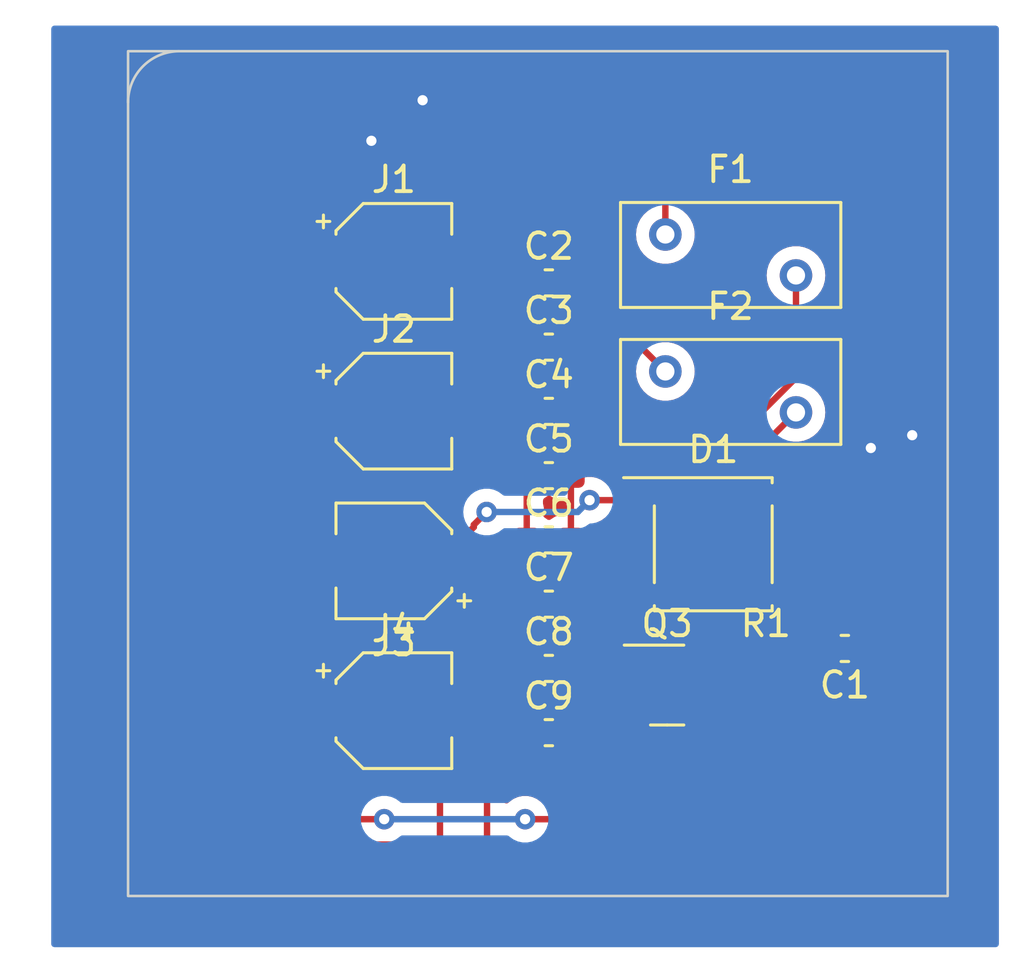
<source format=kicad_pcb>
(kicad_pcb (version 20240108) (generator "pcbnew") (generator_version "8.0")
  (layers (0 "F.Cu" signal) (31 "B.Cu" signal) (34 "B.Paste" user) (35 "F.Paste" user) (36 "B.SilkS" user "B.Silkscreen") (37 "F.SilkS" user "F.Silkscreen") (38 "B.Mask" user) (39 "F.Mask" user) (44 "Edge.Cuts" user))
  (net 0 "")
  (net 1 "Net-(J2-Pin_1)")
  (net 2 "Net-(C1-Pad2)")
  (net 3 "Net-(Q3-D)")
  (net 4 "Net-(Q3-G)")
  (net 5 "GND")
  (net 6 "/Net Label")
  (net 7 "Net-(J4-Pin_2)")
  (net 8 "+24V")
  (net 9 "Net-(D1-+)")
  (net 10 "Net-(J1-Pin_2)")
  (net 11 "Net-(J3-Pin_2)")
  (footprint "Capacitor_SMD:C_0603_1608Metric_Pad1.08x0.95mm_HandSolder" (layer "F.Cu") (at 133.985 100.33 180)
    (property "Reference" "C1" (at 0 -1.43 360) (layer "F.SilkS"))
    (property "Value" "1e-7")
    (fp_line (start -0.146267 0.51) (end 0.146267 0.51) (stroke (width 0.12)) (layer "F.SilkS"))
    (fp_line (start -0.146267 -0.51) (end 0.146267 -0.51) (stroke (width 0.12)) (layer "F.SilkS"))
    (pad "1" smd roundrect (at -0.8625 0 180) (size 1.075 0.95) (layers "F.Cu" "F.Paste" "F.Mask") (net 5 "GND"))
    (pad "2" smd roundrect (at 0.8625 0 180) (size 1.075 0.95) (layers "F.Cu" "F.Paste" "F.Mask") (net 2 "Net-(C1-Pad2)"))
  )
  (footprint "Capacitor_SMD:C_0603_1608Metric_Pad1.08x0.95mm_HandSolder" (layer "F.Cu") (at 122.4275 98.6)
    (property "Reference" "C7" (at 0 -1.43 0) (layer "F.SilkS"))
    (property "Value" "1e-7")
    (fp_line (start -0.146267 -0.51) (end 0.146267 -0.51) (stroke (width 0.12)) (layer "F.SilkS"))
    (fp_line (start -0.146267 0.51) (end 0.146267 0.51) (stroke (width 0.12)) (layer "F.SilkS"))
    (pad "1" smd roundrect (at -0.8625 0) (size 1.075 0.95) (layers "F.Cu" "F.Paste" "F.Mask") (net 10 "Net-(J1-Pin_2)"))
    (pad "2" smd roundrect (at 0.8625 0) (size 1.075 0.95) (layers "F.Cu" "F.Paste" "F.Mask") (net 8 "+24V"))
  )
  (footprint "Capacitor_SMD:C_0603_1608Metric_Pad1.08x0.95mm_HandSolder" (layer "F.Cu") (at 122.4275 88.56)
    (property "Reference" "C3" (at 0 -1.43 0) (layer "F.SilkS"))
    (property "Value" "1e-6")
    (fp_line (start -0.146267 -0.51) (end 0.146267 -0.51) (stroke (width 0.12)) (layer "F.SilkS"))
    (fp_line (start -0.146267 0.51) (end 0.146267 0.51) (stroke (width 0.12)) (layer "F.SilkS"))
    (pad "1" smd roundrect (at -0.8625 0) (size 1.075 0.95) (layers "F.Cu" "F.Paste" "F.Mask") (net 10 "Net-(J1-Pin_2)"))
    (pad "2" smd roundrect (at 0.8625 0) (size 1.075 0.95) (layers "F.Cu" "F.Paste" "F.Mask") (net 8 "+24V"))
  )
  (footprint "Diode_SMD:Diode_Bridge_Diotec_ABS" (layer "F.Cu") (at 128.8475 96.26)
    (property "Reference" "D1" (at 0 -3.7 0) (layer "F.SilkS"))
    (property "Value" "ABS2")
    (fp_line (start -2.3 1.5) (end -2.3 -1.5) (stroke (width 0.12)) (layer "F.SilkS"))
    (fp_line (start -2.3 2.6) (end -2.3 2.4) (stroke (width 0.12)) (layer "F.SilkS"))
    (fp_line (start 2.3 -2.6) (end -3.5 -2.6) (stroke (width 0.12)) (layer "F.SilkS"))
    (fp_line (start 2.3 -2.4) (end 2.3 -2.6) (stroke (width 0.12)) (layer "F.SilkS"))
    (fp_line (start 2.3 -1.5) (end 2.3 1.5) (stroke (width 0.12)) (layer "F.SilkS"))
    (fp_line (start 2.3 2.4) (end 2.3 2.6) (stroke (width 0.12)) (layer "F.SilkS"))
    (fp_line (start 2.3 2.6) (end -2.3 2.6) (stroke (width 0.12)) (layer "F.SilkS"))
    (pad "1" smd rect (at -2.975 -2) (size 1 0.7) (layers "F.Cu" "F.Paste" "F.Mask") (net 9 "Net-(D1-+)"))
    (pad "2" smd rect (at -2.975 2) (size 1 0.7) (layers "F.Cu" "F.Paste" "F.Mask") (net 8 "+24V"))
    (pad "3" smd rect (at 2.975 2) (size 1 0.7) (layers "F.Cu" "F.Paste" "F.Mask") (net 5 "GND"))
    (pad "4" smd rect (at 2.975 -2) (size 1 0.7) (layers "F.Cu" "F.Paste" "F.Mask") (net 5 "GND"))
  )
  (footprint "Resistor_SMD:R_0201_0603Metric_Pad0.64x0.40mm_HandSolder" (layer "F.Cu") (at 130.8975 100.41)
    (property "Reference" "R1" (at 0 -1.05 0) (layer "F.SilkS"))
    (property "Value" "1000")
    (pad "1" smd roundrect (at -0.4075 0) (size 0.635 0.4) (layers "F.Cu" "F.Mask") (net 1 "Net-(J2-Pin_1)"))
    (pad "2" smd roundrect (at 0.4075 0) (size 0.635 0.4) (layers "F.Cu" "F.Mask") (net 2 "Net-(C1-Pad2)"))
  )
  (footprint "Fuse:Fuse_BelFuse_0ZRE0008FF_L8.3mm_W3.8mm" (layer "F.Cu") (at 126.9775 84.16)
    (property "Reference" "F1" (at 2.54 -2.54 0) (layer "F.SilkS"))
    (property "Value" "2")
    (fp_line (start -1.75 -1.25) (end -1.75 2.85) (stroke (width 0.12)) (layer "F.SilkS"))
    (fp_line (start -1.75 -1.25) (end 6.85 -1.25) (stroke (width 0.12)) (layer "F.SilkS"))
    (fp_line (start -1.75 2.85) (end 6.85 2.85) (stroke (width 0.12)) (layer "F.SilkS"))
    (fp_line (start 6.85 -1.25) (end 6.85 2.85) (stroke (width 0.12)) (layer "F.SilkS"))
    (pad "1" thru_hole circle (at 0 0) (size 1.27 1.27) (drill 0.71) (layers "*.Cu" "*.Mask") (net 6 "/Net Label"))
    (pad "2" thru_hole circle (at 5.1 1.6) (size 1.27 1.27) (drill 0.71) (layers "*.Cu" "*.Mask") (net 4 "Net-(Q3-G)"))
  )
  (footprint "Capacitor_SMD:CP_Elec_4x5.3" (layer "F.Cu") (at 116.3775 102.76)
    (property "Reference" "J4" (at 0 -3.2 0) (layer "F.SilkS"))
    (property "Value" "Horn Out")
    (fp_line (start -3 -1.56) (end -2.5 -1.56) (stroke (width 0.12)) (layer "F.SilkS"))
    (fp_line (start -2.75 -1.81) (end -2.75 -1.31) (stroke (width 0.12)) (layer "F.SilkS"))
    (fp_line (start -2.26 -1.195563) (end -2.26 -1.06) (stroke (width 0.12)) (layer "F.SilkS"))
    (fp_line (start -2.26 -1.195563) (end -1.195563 -2.26) (stroke (width 0.12)) (layer "F.SilkS"))
    (fp_line (start -2.26 1.195563) (end -2.26 1.06) (stroke (width 0.12)) (layer "F.SilkS"))
    (fp_line (start -2.26 1.195563) (end -1.195563 2.26) (stroke (width 0.12)) (layer "F.SilkS"))
    (fp_line (start -1.195563 -2.26) (end 2.26 -2.26) (stroke (width 0.12)) (layer "F.SilkS"))
    (fp_line (start -1.195563 2.26) (end 2.26 2.26) (stroke (width 0.12)) (layer "F.SilkS"))
    (fp_line (start 2.26 -2.26) (end 2.26 -1.06) (stroke (width 0.12)) (layer "F.SilkS"))
    (fp_line (start 2.26 2.26) (end 2.26 1.06) (stroke (width 0.12)) (layer "F.SilkS"))
    (pad "1" smd roundrect (at -1.8 0) (size 2.6 1.6) (layers "F.Cu" "F.Paste" "F.Mask") (roundrect_rratio 0.15625) (net 11 "Net-(J3-Pin_2)"))
    (pad "2" smd roundrect (at 1.8 0) (size 2.6 1.6) (layers "F.Cu" "F.Paste" "F.Mask") (roundrect_rratio 0.15625) (net 7 "Net-(J4-Pin_2)"))
  )
  (footprint "Fuse:Fuse_BelFuse_0ZRE0008FF_L8.3mm_W3.8mm" (layer "F.Cu") (at 126.9775 89.51)
    (property "Reference" "F2" (at 2.54 -2.54 0) (layer "F.SilkS"))
    (property "Value" "2")
    (fp_line (start -1.75 -1.25) (end -1.75 2.85) (stroke (width 0.12)) (layer "F.SilkS"))
    (fp_line (start -1.75 -1.25) (end 6.85 -1.25) (stroke (width 0.12)) (layer "F.SilkS"))
    (fp_line (start -1.75 2.85) (end 6.85 2.85) (stroke (width 0.12)) (layer "F.SilkS"))
    (fp_line (start 6.85 -1.25) (end 6.85 2.85) (stroke (width 0.12)) (layer "F.SilkS"))
    (pad "1" thru_hole circle (at 0 0) (size 1.27 1.27) (drill 0.71) (layers "*.Cu" "*.Mask") (net 7 "Net-(J4-Pin_2)"))
    (pad "2" thru_hole circle (at 5.1 1.6) (size 1.27 1.27) (drill 0.71) (layers "*.Cu" "*.Mask") (net 3 "Net-(Q3-D)"))
  )
  (footprint "Capacitor_SMD:CP_Elec_4x5.3" (layer "F.Cu") (at 116.3775 96.91 180)
    (property "Reference" "J3" (at 0 -3.2 0) (layer "F.SilkS"))
    (property "Value" "Horn In")
    (fp_line (start 2.26 2.26) (end 2.26 1.06) (stroke (width 0.12)) (layer "F.SilkS"))
    (fp_line (start 2.26 -2.26) (end 2.26 -1.06) (stroke (width 0.12)) (layer "F.SilkS"))
    (fp_line (start -1.195563 2.26) (end 2.26 2.26) (stroke (width 0.12)) (layer "F.SilkS"))
    (fp_line (start -1.195563 -2.26) (end 2.26 -2.26) (stroke (width 0.12)) (layer "F.SilkS"))
    (fp_line (start -2.26 1.195563) (end -1.195563 2.26) (stroke (width 0.12)) (layer "F.SilkS"))
    (fp_line (start -2.26 1.195563) (end -2.26 1.06) (stroke (width 0.12)) (layer "F.SilkS"))
    (fp_line (start -2.26 -1.195563) (end -1.195563 -2.26) (stroke (width 0.12)) (layer "F.SilkS"))
    (fp_line (start -2.26 -1.195563) (end -2.26 -1.06) (stroke (width 0.12)) (layer "F.SilkS"))
    (fp_line (start -2.75 -1.81) (end -2.75 -1.31) (stroke (width 0.12)) (layer "F.SilkS"))
    (fp_line (start -3 -1.56) (end -2.5 -1.56) (stroke (width 0.12)) (layer "F.SilkS"))
    (pad "1" smd roundrect (at -1.8 0 180) (size 2.6 1.6) (layers "F.Cu" "F.Paste" "F.Mask") (roundrect_rratio 0.15625) (net 9 "Net-(D1-+)"))
    (pad "2" smd roundrect (at 1.8 0 180) (size 2.6 1.6) (layers "F.Cu" "F.Paste" "F.Mask") (roundrect_rratio 0.15625) (net 11 "Net-(J3-Pin_2)"))
  )
  (footprint "Capacitor_SMD:C_0603_1608Metric_Pad1.08x0.95mm_HandSolder" (layer "F.Cu") (at 122.4275 86.05)
    (property "Reference" "C2" (at 0 -1.43 0) (layer "F.SilkS"))
    (property "Value" "1e-7")
    (fp_line (start -0.146267 -0.51) (end 0.146267 -0.51) (stroke (width 0.12)) (layer "F.SilkS"))
    (fp_line (start -0.146267 0.51) (end 0.146267 0.51) (stroke (width 0.12)) (layer "F.SilkS"))
    (pad "1" smd roundrect (at -0.8625 0) (size 1.075 0.95) (layers "F.Cu" "F.Paste" "F.Mask") (net 10 "Net-(J1-Pin_2)"))
    (pad "2" smd roundrect (at 0.8625 0) (size 1.075 0.95) (layers "F.Cu" "F.Paste" "F.Mask") (net 8 "+24V"))
  )
  (footprint "Capacitor_SMD:C_0603_1608Metric_Pad1.08x0.95mm_HandSolder" (layer "F.Cu") (at 122.4275 96.09)
    (property "Reference" "C6" (at 0 -1.43 0) (layer "F.SilkS"))
    (property "Value" "1e-5")
    (fp_line (start -0.146267 -0.51) (end 0.146267 -0.51) (stroke (width 0.12)) (layer "F.SilkS"))
    (fp_line (start -0.146267 0.51) (end 0.146267 0.51) (stroke (width 0.12)) (layer "F.SilkS"))
    (pad "1" smd roundrect (at -0.8625 0) (size 1.075 0.95) (layers "F.Cu" "F.Paste" "F.Mask") (net 10 "Net-(J1-Pin_2)"))
    (pad "2" smd roundrect (at 0.8625 0) (size 1.075 0.95) (layers "F.Cu" "F.Paste" "F.Mask") (net 8 "+24V"))
  )
  (footprint "Capacitor_SMD:C_0603_1608Metric_Pad1.08x0.95mm_HandSolder" (layer "F.Cu") (at 122.4275 101.11)
    (property "Reference" "C8" (at 0 -1.43 0) (layer "F.SilkS"))
    (property "Value" "1e-7")
    (fp_line (start -0.146267 -0.51) (end 0.146267 -0.51) (stroke (width 0.12)) (layer "F.SilkS"))
    (fp_line (start -0.146267 0.51) (end 0.146267 0.51) (stroke (width 0.12)) (layer "F.SilkS"))
    (pad "1" smd roundrect (at -0.8625 0) (size 1.075 0.95) (layers "F.Cu" "F.Paste" "F.Mask") (net 10 "Net-(J1-Pin_2)"))
    (pad "2" smd roundrect (at 0.8625 0) (size 1.075 0.95) (layers "F.Cu" "F.Paste" "F.Mask") (net 8 "+24V"))
  )
  (footprint "Capacitor_SMD:C_0603_1608Metric_Pad1.08x0.95mm_HandSolder" (layer "F.Cu") (at 122.4275 93.58)
    (property "Reference" "C5" (at 0 -1.43 0) (layer "F.SilkS"))
    (property "Value" "1e-5")
    (fp_line (start -0.146267 -0.51) (end 0.146267 -0.51) (stroke (width 0.12)) (layer "F.SilkS"))
    (fp_line (start -0.146267 0.51) (end 0.146267 0.51) (stroke (width 0.12)) (layer "F.SilkS"))
    (pad "1" smd roundrect (at -0.8625 0) (size 1.075 0.95) (layers "F.Cu" "F.Paste" "F.Mask") (net 10 "Net-(J1-Pin_2)"))
    (pad "2" smd roundrect (at 0.8625 0) (size 1.075 0.95) (layers "F.Cu" "F.Paste" "F.Mask") (net 8 "+24V"))
  )
  (footprint "Capacitor_SMD:CP_Elec_4x5.3" (layer "F.Cu") (at 116.3775 85.21)
    (property "Reference" "J1" (at 0 -3.2 0) (layer "F.SilkS"))
    (property "Value" "Conn_01x03")
    (fp_line (start -3 -1.56) (end -2.5 -1.56) (stroke (width 0.12)) (layer "F.SilkS"))
    (fp_line (start -2.75 -1.81) (end -2.75 -1.31) (stroke (width 0.12)) (layer "F.SilkS"))
    (fp_line (start -2.26 -1.195563) (end -2.26 -1.06) (stroke (width 0.12)) (layer "F.SilkS"))
    (fp_line (start -2.26 -1.195563) (end -1.195563 -2.26) (stroke (width 0.12)) (layer "F.SilkS"))
    (fp_line (start -2.26 1.195563) (end -2.26 1.06) (stroke (width 0.12)) (layer "F.SilkS"))
    (fp_line (start -2.26 1.195563) (end -1.195563 2.26) (stroke (width 0.12)) (layer "F.SilkS"))
    (fp_line (start -1.195563 -2.26) (end 2.26 -2.26) (stroke (width 0.12)) (layer "F.SilkS"))
    (fp_line (start -1.195563 2.26) (end 2.26 2.26) (stroke (width 0.12)) (layer "F.SilkS"))
    (fp_line (start 2.26 -2.26) (end 2.26 -1.06) (stroke (width 0.12)) (layer "F.SilkS"))
    (fp_line (start 2.26 2.26) (end 2.26 1.06) (stroke (width 0.12)) (layer "F.SilkS"))
    (pad "1" smd roundrect (at -1.8 0) (size 2.6 1.6) (layers "F.Cu" "F.Paste" "F.Mask") (roundrect_rratio 0.15625) (net 5 "GND"))
    (pad "2" smd roundrect (at 1.8 0) (size 2.6 1.6) (layers "F.Cu" "F.Paste" "F.Mask") (roundrect_rratio 0.15625) (net 10 "Net-(J1-Pin_2)"))
  )
  (footprint "Capacitor_SMD:C_0603_1608Metric_Pad1.08x0.95mm_HandSolder" (layer "F.Cu") (at 122.4275 91.07)
    (property "Reference" "C4" (at 0 -1.43 0) (layer "F.SilkS"))
    (property "Value" "1e-6")
    (fp_line (start -0.146267 -0.51) (end 0.146267 -0.51) (stroke (width 0.12)) (layer "F.SilkS"))
    (fp_line (start -0.146267 0.51) (end 0.146267 0.51) (stroke (width 0.12)) (layer "F.SilkS"))
    (pad "1" smd roundrect (at -0.8625 0) (size 1.075 0.95) (layers "F.Cu" "F.Paste" "F.Mask") (net 10 "Net-(J1-Pin_2)"))
    (pad "2" smd roundrect (at 0.8625 0) (size 1.075 0.95) (layers "F.Cu" "F.Paste" "F.Mask") (net 8 "+24V"))
  )
  (footprint "Package_TO_SOT_SMD:SOT-23" (layer "F.Cu") (at 127.0475 101.76)
    (property "Reference" "Q3" (at 0 -2.4 0) (layer "F.SilkS"))
    (property "Value" "Q_PMOS_DSG")
    (fp_line (start 0 -1.56) (end -1.675 -1.56) (stroke (width 0.12)) (layer "F.SilkS"))
    (fp_line (start 0 -1.56) (end 0.65 -1.56) (stroke (width 0.12)) (layer "F.SilkS"))
    (fp_line (start 0 1.56) (end -0.65 1.56) (stroke (width 0.12)) (layer "F.SilkS"))
    (fp_line (start 0 1.56) (end 0.65 1.56) (stroke (width 0.12)) (layer "F.SilkS"))
    (pad "1" smd roundrect (at -0.9375 -0.95) (size 1.475 0.6) (layers "F.Cu" "F.Paste" "F.Mask") (net 4 "Net-(Q3-G)"))
    (pad "2" smd roundrect (at -0.9375 0.95) (size 1.475 0.6) (layers "F.Cu" "F.Paste" "F.Mask") (net 5 "GND"))
    (pad "3" smd roundrect (at 0.9375 0) (size 1.475 0.6) (layers "F.Cu" "F.Paste" "F.Mask") (net 3 "Net-(Q3-D)"))
  )
  (footprint "Capacitor_SMD:CP_Elec_4x5.3" (layer "F.Cu") (at 116.3775 91.06)
    (property "Reference" "J2" (at 0 -3.2 0) (layer "F.SilkS"))
    (property "Value" "Horn Ctl")
    (fp_line (start -3 -1.56) (end -2.5 -1.56) (stroke (width 0.12)) (layer "F.SilkS"))
    (fp_line (start -2.75 -1.81) (end -2.75 -1.31) (stroke (width 0.12)) (layer "F.SilkS"))
    (fp_line (start -2.26 -1.195563) (end -2.26 -1.06) (stroke (width 0.12)) (layer "F.SilkS"))
    (fp_line (start -2.26 -1.195563) (end -1.195563 -2.26) (stroke (width 0.12)) (layer "F.SilkS"))
    (fp_line (start -2.26 1.195563) (end -2.26 1.06) (stroke (width 0.12)) (layer "F.SilkS"))
    (fp_line (start -2.26 1.195563) (end -1.195563 2.26) (stroke (width 0.12)) (layer "F.SilkS"))
    (fp_line (start -1.195563 -2.26) (end 2.26 -2.26) (stroke (width 0.12)) (layer "F.SilkS"))
    (fp_line (start -1.195563 2.26) (end 2.26 2.26) (stroke (width 0.12)) (layer "F.SilkS"))
    (fp_line (start 2.26 -2.26) (end 2.26 -1.06) (stroke (width 0.12)) (layer "F.SilkS"))
    (fp_line (start 2.26 2.26) (end 2.26 1.06) (stroke (width 0.12)) (layer "F.SilkS"))
    (pad "1" smd roundrect (at -1.8 0) (size 2.6 1.6) (layers "F.Cu" "F.Paste" "F.Mask") (roundrect_rratio 0.15625) (net 1 "Net-(J2-Pin_1)"))
    (pad "2" smd roundrect (at 1.8 0) (size 2.6 1.6) (layers "F.Cu" "F.Paste" "F.Mask") (roundrect_rratio 0.15625) (net 6 "/Net Label"))
  )
  (footprint "Capacitor_SMD:C_0603_1608Metric_Pad1.08x0.95mm_HandSolder" (layer "F.Cu") (at 122.4275 103.62)
    (property "Reference" "C9" (at 0 -1.43 0) (layer "F.SilkS"))
    (property "Value" "1e-4")
    (fp_line (start -0.146267 -0.51) (end 0.146267 -0.51) (stroke (width 0.12)) (layer "F.SilkS"))
    (fp_line (start -0.146267 0.51) (end 0.146267 0.51) (stroke (width 0.12)) (layer "F.SilkS"))
    (pad "1" smd roundrect (at -0.8625 0) (size 1.075 0.95) (layers "F.Cu" "F.Paste" "F.Mask") (net 10 "Net-(J1-Pin_2)"))
    (pad "2" smd roundrect (at 0.8625 0) (size 1.075 0.95) (layers "F.Cu" "F.Paste" "F.Mask") (net 8 "+24V"))
  )
  (gr_arc (start 106 79) (mid 106.585786 77.585786) (end 108 77) (stroke (width 0.1)) (layer "Edge.Cuts"))
  (gr_poly (pts (xy 106 77) (xy 138 77) (xy 138 110) (xy 106 110)) (stroke (width 0.1)) (fill none) (layer "Edge.Cuts"))
  (segment (start 115 107) (end 116 107) (width 0.25) (layer "F.Cu") (net 1))
  (segment (start 129.95 100.95) (end 130.49 100.41) (width 0.25) (layer "F.Cu") (net 1))
  (segment (start 113.5 107) (end 115 107) (width 0.25) (layer "F.Cu") (net 1))
  (segment (start 129 107) (end 130.5 105.5) (width 0.25) (layer "F.Cu") (net 1))
  (segment (start 112.94 91.06) (end 112 92) (width 0.25) (layer "F.Cu") (net 1))
  (segment (start 114.5775 91.06) (end 112.94 91.06) (width 0.25) (layer "F.Cu") (net 1))
  (segment (start 112 105.5) (end 113.5 107) (width 0.25) (layer "F.Cu") (net 1))
  (segment (start 130.5 105.5) (end 129.95 104.95) (width 0.25) (layer "F.Cu") (net 1))
  (segment (start 112 92) (end 112 105.5) (width 0.25) (layer "F.Cu") (net 1))
  (segment (start 129.95 104.95) (end 129.95 100.95) (width 0.25) (layer "F.Cu") (net 1))
  (segment (start 121.5 107) (end 129 107) (width 0.25) (layer "F.Cu") (net 1))
  (via (at 116 107) (size 0.8) (drill 0.4) (layers "F.Cu" "B.Cu") (net 1))
  (via (at 121.5 107) (size 0.8) (drill 0.4) (layers "F.Cu" "B.Cu") (net 1))
  (segment (start 116 107) (end 121.5 107) (width 0.25) (layer "B.Cu") (net 1))
  (segment (start 133.0425 100.41) (end 133.1225 100.33) (width 0.25) (layer "F.Cu") (net 2))
  (segment (start 131.305 100.41) (end 133.0425 100.41) (width 0.25) (layer "F.Cu") (net 2))
  (segment (start 132.0775 91.11) (end 127.985 95.2025) (width 0.25) (layer "F.Cu") (net 3))
  (segment (start 127.985 95.2025) (end 127.985 101.76) (width 0.25) (layer "F.Cu") (net 3))
  (segment (start 126.83 94.999854) (end 126.83 100.09) (width 0.25) (layer "F.Cu") (net 4))
  (segment (start 132.0775 89.752354) (end 126.83 94.999854) (width 0.25) (layer "F.Cu") (net 4))
  (segment (start 132.0775 85.76) (end 132.0775 89.752354) (width 0.25) (layer "F.Cu") (net 4))
  (segment (start 126.83 100.09) (end 126.11 100.81) (width 0.25) (layer "F.Cu") (net 4))
  (segment (start 137 80.483604) (end 137 81) (width 0.25) (layer "F.Cu") (net 5))
  (segment (start 130.74 98.26) (end 129.5 99.5) (width 0.25) (layer "F.Cu") (net 5))
  (segment (start 137 91.5) (end 136.615 91.885) (width 0.25) (layer "F.Cu") (net 5))
  (segment (start 129.5 99.5) (end 129.5 102) (width 0.25) (layer "F.Cu") (net 5))
  (segment (start 114.5775 81.4225) (end 115 81) (width 0.25) (layer "F.Cu") (net 5))
  (segment (start 134.8475 99.3475) (end 134.8475 100.33) (width 0.25) (layer "F.Cu") (net 5))
  (segment (start 115 81) (end 115.5 80.5) (width 0.25) (layer "F.Cu") (net 5))
  (segment (start 117.5 78.915) (end 135.431396 78.915) (width 0.25) (layer "F.Cu") (net 5))
  (segment (start 137 81) (end 137 91.5) (width 0.25) (layer "F.Cu") (net 5))
  (segment (start 133.76 98.26) (end 134.8475 99.3475) (width 0.25) (layer "F.Cu") (net 5))
  (segment (start 136.615 91.885) (end 136.615 92) (width 0.25) (layer "F.Cu") (net 5))
  (segment (start 128.79 102.71) (end 126.11 102.71) (width 0.25) (layer "F.Cu") (net 5))
  (segment (start 135.431396 78.915) (end 137 80.483604) (width 0.25) (layer "F.Cu") (net 5))
  (segment (start 131.8225 98.26) (end 133.76 98.26) (width 0.25) (layer "F.Cu") (net 5))
  (segment (start 131.8225 98.26) (end 130.74 98.26) (width 0.25) (layer "F.Cu") (net 5))
  (segment (start 131.8225 94.26) (end 131.8225 98.26) (width 0.25) (layer "F.Cu") (net 5))
  (segment (start 114.5775 85.21) (end 114.5775 81.4225) (width 0.25) (layer "F.Cu") (net 5))
  (segment (start 129.5 102) (end 128.79 102.71) (width 0.25) (layer "F.Cu") (net 5))
  (segment (start 132.74 94.26) (end 131.8225 94.26) (width 0.25) (layer "F.Cu") (net 5))
  (segment (start 134.5 92.5) (end 132.74 94.26) (width 0.25) (layer "F.Cu") (net 5))
  (segment (start 135 92.5) (end 134.5 92.5) (width 0.25) (layer "F.Cu") (net 5))
  (via (at 117.5 78.915) (size 0.8) (drill 0.4) (layers "F.Cu" "B.Cu") (net 5))
  (via (at 135 92.5) (size 0.8) (drill 0.4) (layers "F.Cu" "B.Cu") (net 5))
  (via (at 136.615 92) (size 0.8) (drill 0.4) (layers "F.Cu" "B.Cu") (net 5))
  (via (at 115.5 80.5) (size 0.8) (drill 0.4) (layers "F.Cu" "B.Cu") (net 5))
  (segment (start 136.615 92) (end 135.5 92) (width 0.25) (layer "B.Cu") (net 5))
  (segment (start 117.085 78.915) (end 117.5 78.915) (width 0.25) (layer "B.Cu") (net 5))
  (segment (start 115.5 80.5) (end 117.085 78.915) (width 0.25) (layer "B.Cu") (net 5))
  (segment (start 135.5 92) (end 135 92.5) (width 0.25) (layer "B.Cu") (net 5))
  (segment (start 135.89 80.01) (end 135.89 102.87) (width 0.25) (layer "F.Cu") (net 6))
  (segment (start 120.015 108.585) (end 120.015 101.1676) (width 0.25) (layer "F.Cu") (net 6))
  (segment (start 128.905 79.375) (end 135.255 79.375) (width 0.25) (layer "F.Cu") (net 6))
  (segment (start 130.175 108.585) (end 120.015 108.585) (width 0.25) (layer "F.Cu") (net 6))
  (segment (start 126.9775 84.16) (end 126.9775 81.3025) (width 0.25) (layer "F.Cu") (net 6))
  (segment (start 135.89 102.87) (end 130.175 108.585) (width 0.25) (layer "F.Cu") (net 6))
  (segment (start 135.255 79.375) (end 135.89 80.01) (width 0.25) (layer "F.Cu") (net 6))
  (segment (start 116.5525 92.685) (end 118.1775 91.06) (width 0.25) (layer "F.Cu") (net 6))
  (segment (start 116.5525 97.7051) (end 116.5525 92.685) (width 0.25) (layer "F.Cu") (net 6))
  (segment (start 120.015 101.1676) (end 116.5525 97.7051) (width 0.25) (layer "F.Cu") (net 6))
  (segment (start 126.9775 81.3025) (end 128.905 79.375) (width 0.25) (layer "F.Cu") (net 6))
  (segment (start 118.1775 107.8725) (end 118.06 107.99) (width 0.25) (layer "F.Cu") (net 7))
  (segment (start 109.94 107.85) (end 109.94 107.69) (width 0.25) (layer "F.Cu") (net 7))
  (segment (start 124.69 79.64) (end 124.69 87.2225) (width 0.25) (layer "F.Cu") (net 7))
  (segment (start 114.5 79.64) (end 124.69 79.64) (width 0.25) (layer "F.Cu") (net 7))
  (segment (start 110.09 84.05) (end 114.5 79.64) (width 0.25) (layer "F.Cu") (net 7))
  (segment (start 110.08 107.99) (end 109.94 107.85) (width 0.25) (layer "F.Cu") (net 7))
  (segment (start 118.06 107.99) (end 110.08 107.99) (width 0.25) (layer "F.Cu") (net 7))
  (segment (start 118.1775 102.76) (end 118.1775 107.8725) (width 0.25) (layer "F.Cu") (net 7))
  (segment (start 124.69 87.2225) (end 126.9775 89.51) (width 0.25) (layer "F.Cu") (net 7))
  (segment (start 110.09 107.54) (end 110.09 84.05) (width 0.25) (layer "F.Cu") (net 7))
  (segment (start 109.94 107.69) (end 110.09 107.54) (width 0.25) (layer "F.Cu") (net 7))
  (segment (start 123.29 88.56) (end 123.29 95.6775) (width 0.25) (layer "F.Cu") (net 8))
  (segment (start 123.29 96.09) (end 123.29 103.62) (width 0.25) (layer "F.Cu") (net 8))
  (segment (start 123.29 86.05) (end 123.29 86.458896) (width 0.25) (layer "F.Cu") (net 8))
  (segment (start 123.29 95.6775) (end 125.8725 98.26) (width 0.25) (layer "F.Cu") (net 8))
  (segment (start 123.29 86.458896) (end 123.3 86.468896) (width 0.25) (layer "F.Cu") (net 8))
  (segment (start 123.29 88.56) (end 123.29 86.05) (width 0.25) (layer "F.Cu") (net 8))
  (segment (start 119.5 95.5) (end 120 95) (width 0.25) (layer "F.Cu") (net 9))
  (segment (start 124.018966 94.538127) (end 125.594373 94.538127) (width 0.25) (layer "F.Cu") (net 9))
  (segment (start 119.5 95.5875) (end 119.5 95.5) (width 0.25) (layer "F.Cu") (net 9))
  (segment (start 118.1775 96.91) (end 119.5 95.5875) (width 0.25) (layer "F.Cu") (net 9))
  (segment (start 125.594373 94.538127) (end 125.8725 94.26) (width 0.25) (layer "F.Cu") (net 9))
  (via (at 120 95) (size 0.8) (drill 0.4) (layers "F.Cu" "B.Cu") (net 9))
  (via (at 124.018966 94.538127) (size 0.8) (drill 0.4) (layers "F.Cu" "B.Cu") (net 9))
  (segment (start 120 95) (end 123.557093 95) (width 0.25) (layer "B.Cu") (net 9))
  (segment (start 123.557093 95) (end 124.018966 94.538127) (width 0.25) (layer "B.Cu") (net 9))
  (segment (start 121.565 88.56) (end 121.565 93.58) (width 0.25) (layer "F.Cu") (net 10))
  (segment (start 121.6 94.9) (end 121.565 94.935) (width 0.25) (layer "F.Cu") (net 10))
  (segment (start 121.565 88.56) (end 121.565 86.05) (width 0.25) (layer "F.Cu") (net 10))
  (segment (start 118.1775 85.21) (end 121.5275 88.56) (width 0.25) (layer "F.Cu") (net 10))
  (segment (start 121.565 94.865) (end 121.6 94.9) (width 0.25) (layer "F.Cu") (net 10))
  (segment (start 121.565 93.58) (end 121.565 94.865) (width 0.25) (layer "F.Cu") (net 10))
  (segment (start 121.5275 88.56) (end 121.565 88.56) (width 0.25) (layer "F.Cu") (net 10))
  (segment (start 121.565 94.935) (end 121.565 103.62) (width 0.25) (layer "F.Cu") (net 10))
  (segment (start 114.5775 96.91) (end 114.5775 102.76) (width 0.25) (layer "F.Cu") (net 11))
  (zone (net 8) (net_name "+24V") (layer "F.Cu") (connect_pads (clearance 0.508)) (min_thickness 0.25) (fill yes (thermal_gap 0.5) (thermal_bridge_width 0.5))
    (polygon (pts (xy 101 75) (xy 141 75) (xy 141 113) (xy 101 113)))
  )
  (zone (net 5) (net_name "GND") (layer "B.Cu") (priority 1) (connect_pads (clearance 0.508)) (min_thickness 0.25) (fill yes (thermal_gap 0.5) (thermal_bridge_width 0.5))
    (polygon (pts (xy 103 76) (xy 140 76) (xy 140 112) (xy 103 112)))
  )
)
</source>
